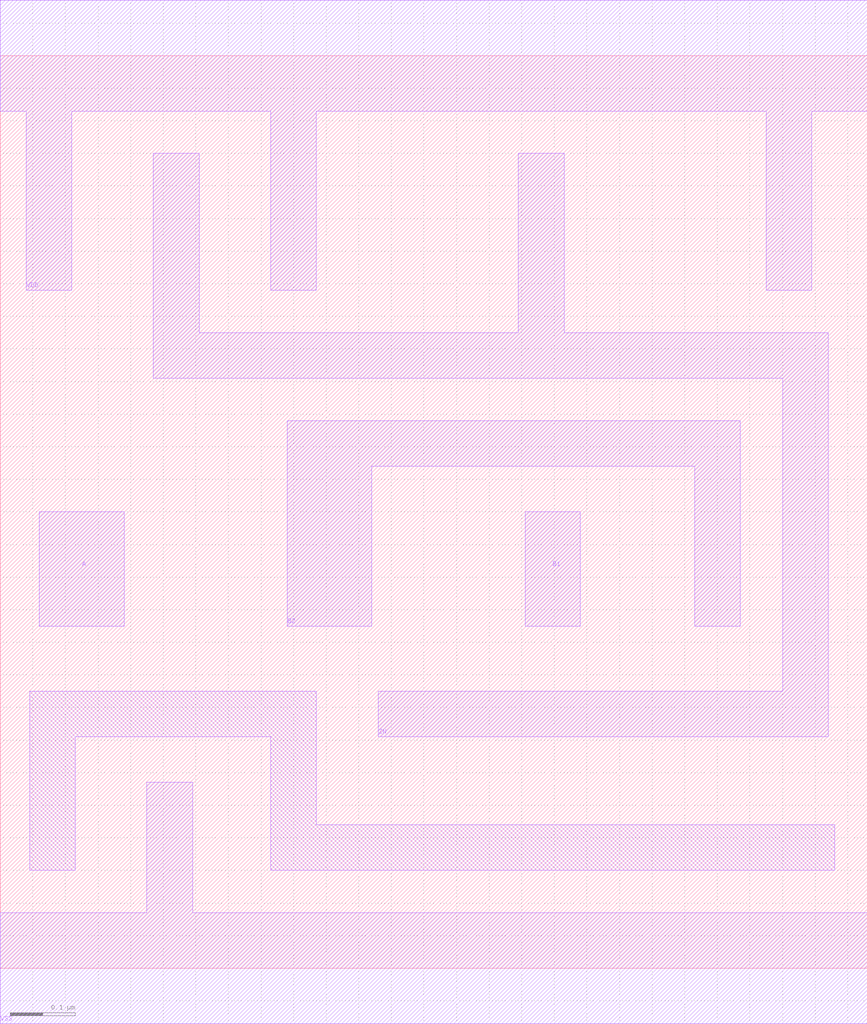
<source format=lef>
# 
# ******************************************************************************
# *                                                                            *
# *                   Copyright (C) 2004-2010, Nangate Inc.                    *
# *                           All rights reserved.                             *
# *                                                                            *
# * Nangate and the Nangate logo are trademarks of Nangate Inc.                *
# *                                                                            *
# * All trademarks, logos, software marks, and trade names (collectively the   *
# * "Marks") in this program are proprietary to Nangate or other respective    *
# * owners that have granted Nangate the right and license to use such Marks.  *
# * You are not permitted to use the Marks without the prior written consent   *
# * of Nangate or such third party that may own the Marks.                     *
# *                                                                            *
# * This file has been provided pursuant to a License Agreement containing     *
# * restrictions on its use. This file contains valuable trade secrets and     *
# * proprietary information of Nangate Inc., and is protected by U.S. and      *
# * international laws and/or treaties.                                        *
# *                                                                            *
# * The copyright notice(s) in this file does not indicate actual or intended  *
# * publication of this file.                                                  *
# *                                                                            *
# *     NGLibraryCreator, v2010.08-HR32-SP3-2010-08-05 - build 1009061800      *
# *                                                                            *
# ******************************************************************************
# 
# 
# Running on brazil06.nangate.com.br for user Giancarlo Franciscatto (gfr).
# Local time is now Fri, 3 Dec 2010, 19:32:18.
# Main process id is 27821.

VERSION 5.6 ;
BUSBITCHARS "[]" ;
DIVIDERCHAR "/" ;

MACRO OAI21_X2
  CLASS core ;
  FOREIGN OAI21_X2 0.0 0.0 ;
  ORIGIN 0 0 ;
  SYMMETRY X Y ;
  SITE FreePDK45_38x28_10R_NP_162NW_34O ;
  SIZE 1.33 BY 1.4 ;
  PIN A
    DIRECTION INPUT ;
    ANTENNAPARTIALMETALAREA 0.02275 LAYER metal1 ;
    ANTENNAPARTIALMETALSIDEAREA 0.0793 LAYER metal1 ;
    ANTENNAGATEAREA 0.1045 ;
    PORT
      LAYER metal1 ;
        POLYGON 0.06 0.525 0.19 0.525 0.19 0.7 0.06 0.7  ;
    END
  END A
  PIN B1
    DIRECTION INPUT ;
    ANTENNAPARTIALMETALAREA 0.014875 LAYER metal1 ;
    ANTENNAPARTIALMETALSIDEAREA 0.0676 LAYER metal1 ;
    ANTENNAGATEAREA 0.1045 ;
    PORT
      LAYER metal1 ;
        POLYGON 0.805 0.525 0.89 0.525 0.89 0.7 0.805 0.7  ;
    END
  END B1
  PIN B2
    DIRECTION INPUT ;
    ANTENNAPARTIALMETALAREA 0.09765 LAYER metal1 ;
    ANTENNAPARTIALMETALSIDEAREA 0.3263 LAYER metal1 ;
    ANTENNAGATEAREA 0.1045 ;
    PORT
      LAYER metal1 ;
        POLYGON 0.44 0.525 0.57 0.525 0.57 0.77 1.065 0.77 1.065 0.525 1.135 0.525 1.135 0.84 0.44 0.84  ;
    END
  END B2
  PIN ZN
    DIRECTION OUTPUT ;
    ANTENNAPARTIALMETALAREA 0.19285 LAYER metal1 ;
    ANTENNAPARTIALMETALSIDEAREA 0.7345 LAYER metal1 ;
    ANTENNADIFFAREA 0.2926 ;
    PORT
      LAYER metal1 ;
        POLYGON 0.235 0.905 1.2 0.905 1.2 0.425 0.58 0.425 0.58 0.355 1.27 0.355 1.27 0.975 0.865 0.975 0.865 1.25 0.795 1.25 0.795 0.975 0.305 0.975 0.305 1.25 0.235 1.25  ;
    END
  END ZN
  PIN VDD
    DIRECTION INOUT ;
    USE power ;
    SHAPE ABUTMENT ;
    PORT
      LAYER metal1 ;
        POLYGON 0 1.315 0.04 1.315 0.04 1.04 0.11 1.04 0.11 1.315 0.415 1.315 0.415 1.04 0.485 1.04 0.485 1.315 1.175 1.315 1.175 1.04 1.245 1.04 1.245 1.315 1.28 1.315 1.33 1.315 1.33 1.485 1.28 1.485 0 1.485  ;
    END
  END VDD
  PIN VSS
    DIRECTION INOUT ;
    USE ground ;
    SHAPE ABUTMENT ;
    PORT
      LAYER metal1 ;
        POLYGON 0 -0.085 1.33 -0.085 1.33 0.085 0.295 0.085 0.295 0.285 0.225 0.285 0.225 0.085 0 0.085  ;
    END
  END VSS
  OBS
      LAYER metal1 ;
        POLYGON 0.045 0.15 0.115 0.15 0.115 0.355 0.415 0.355 0.415 0.15 1.28 0.15 1.28 0.22 0.485 0.22 0.485 0.425 0.045 0.425  ;
  END
END OAI21_X2

END LIBRARY
#
# End of file
#

</source>
